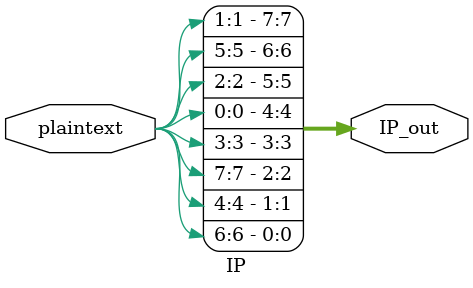
<source format=v>
module IP(

	input [0:7] plaintext,
	output [0:7] IP_out);
	
	
	assign IP_out = {plaintext[1], plaintext[5], plaintext[2], plaintext[0], plaintext[3], plaintext[7], plaintext[4], plaintext[6]};


endmodule
</source>
